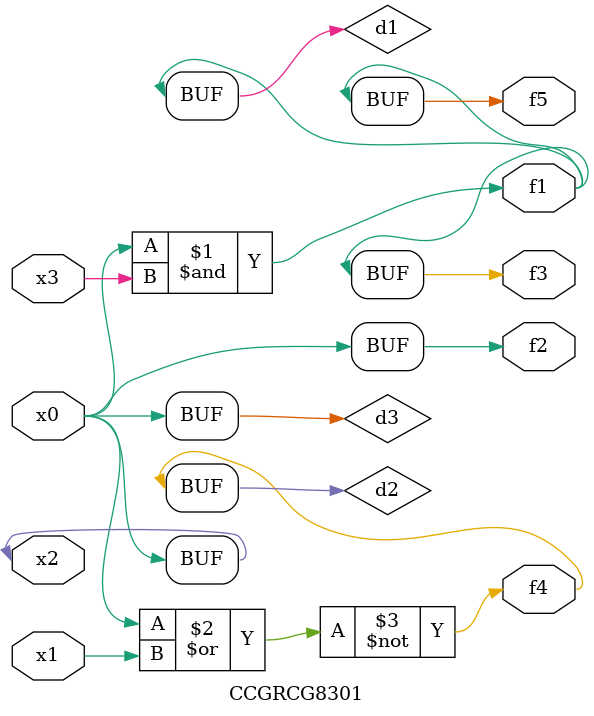
<source format=v>
module CCGRCG8301(
	input x0, x1, x2, x3,
	output f1, f2, f3, f4, f5
);

	wire d1, d2, d3;

	and (d1, x2, x3);
	nor (d2, x0, x1);
	buf (d3, x0, x2);
	assign f1 = d1;
	assign f2 = d3;
	assign f3 = d1;
	assign f4 = d2;
	assign f5 = d1;
endmodule

</source>
